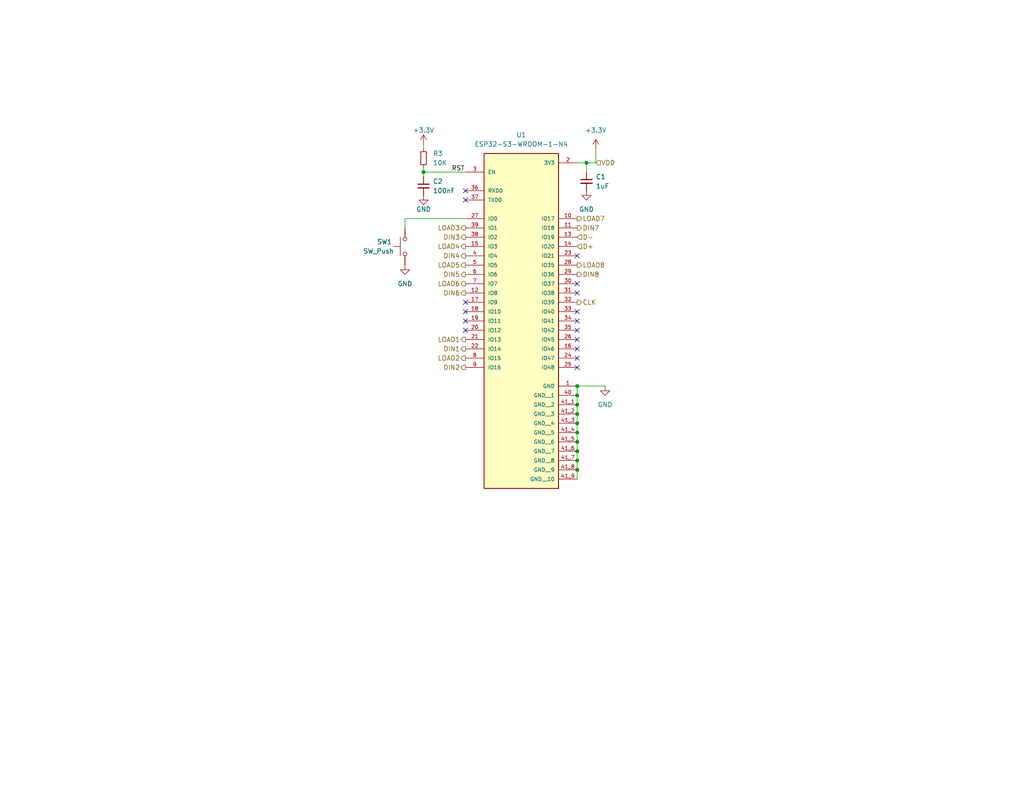
<source format=kicad_sch>
(kicad_sch (version 20211123) (generator eeschema)
  (paper "USLetter")
  (title_block (title "RGB LED Lights") (date "2024-01-11") (rev "B01") (comment 1 "Riya Gupta"))
  (lib_symbols
    (symbol "Device:C_Small" (pin_numbers hide) (pin_names (offset 0.254) hide)
      (property "Reference" "C" (at 0.254 1.778 0))
      (property "Value" "C_Small" (at 0.254 -2.032 0))
      (symbol "C_Small_0_1"
        (polyline (pts (xy -1.524 -0.508) (xy 1.524 -0.508)) (stroke (width 0.3302)))
        (polyline (pts (xy -1.524 0.508) (xy 1.524 0.508)) (stroke (width 0.3048)))
      )
      (symbol "C_Small_1_1"
        (pin passive line (at 0 2.54 270) (length 2.032) (name "~") (number "1"))
        (pin passive line (at 0 -2.54 90) (length 2.032) (name "~") (number "2"))
      )
    )
    (symbol "Device:R_Small" (pin_numbers hide) (pin_names (offset 0.254) hide)
      (property "Reference" "R" (at 0.762 0.508 0))
      (property "Value" "R_Small" (at 0.762 -1.016 0))
      (symbol "R_Small_0_1"
        (rectangle (start -0.762 1.778) (end 0.762 -1.778) (stroke (width 0.2032)))
      )
      (symbol "R_Small_1_1"
        (pin passive line (at 0 2.54 270) (length 0.762) (name "~") (number "1"))
        (pin passive line (at 0 -2.54 90) (length 0.762) (name "~") (number "2"))
      )
    )
    (symbol "ESP32-S3-WROOM-1-N4:ESP32-S3-WROOM-1-N4" (pin_names (offset 1.016))
      (property "Reference" "U" (at -10.16 34.1122 0))
      (property "Value" "ESP32-S3-WROOM-1-N4" (at -10.16 -60.96 0))
      (symbol "ESP32-S3-WROOM-1-N4_0_0"
        (rectangle (start -10.16 -58.42) (end 10.16 33.02) (stroke (width 0.254)) (fill (type background)))
        (pin power_in line (at 15.24 -30.48 180) (length 5.08) (name "GND") (number "1"))
        (pin bidirectional line (at 15.24 15.24 180) (length 5.08) (name "IO17") (number "10"))
        (pin bidirectional line (at 15.24 12.7 180) (length 5.08) (name "IO18") (number "11"))
        (pin bidirectional line (at -15.24 -5.08 0) (length 5.08) (name "IO8") (number "12"))
        (pin bidirectional line (at 15.24 10.16 180) (length 5.08) (name "IO19") (number "13"))
        (pin bidirectional line (at 15.24 7.62 180) (length 5.08) (name "IO20") (number "14"))
        (pin bidirectional line (at -15.24 7.62 0) (length 5.08) (name "IO3") (number "15"))
        (pin bidirectional line (at 15.24 -20.32 180) (length 5.08) (name "IO46") (number "16"))
        (pin bidirectional line (at -15.24 -7.62 0) (length 5.08) (name "IO9") (number "17"))
        (pin bidirectional line (at -15.24 -10.16 0) (length 5.08) (name "IO10") (number "18"))
        (pin bidirectional line (at -15.24 -12.7 0) (length 5.08) (name "IO11") (number "19"))
        (pin power_in line (at 15.24 30.48 180) (length 5.08) (name "3V3") (number "2"))
        (pin bidirectional line (at -15.24 -15.24 0) (length 5.08) (name "IO12") (number "20"))
        (pin bidirectional line (at -15.24 -17.78 0) (length 5.08) (name "IO13") (number "21"))
        (pin bidirectional line (at -15.24 -20.32 0) (length 5.08) (name "IO14") (number "22"))
        (pin bidirectional line (at 15.24 5.08 180) (length 5.08) (name "IO21") (number "23"))
        (pin bidirectional line (at 15.24 -22.86 180) (length 5.08) (name "IO47") (number "24"))
        (pin bidirectional line (at 15.24 -25.4 180) (length 5.08) (name "IO48") (number "25"))
        (pin bidirectional line (at 15.24 -17.78 180) (length 5.08) (name "IO45") (number "26"))
        (pin bidirectional line (at -15.24 15.24 0) (length 5.08) (name "IO0") (number "27"))
        (pin bidirectional line (at 15.24 2.54 180) (length 5.08) (name "IO35") (number "28"))
        (pin bidirectional line (at 15.24 0 180) (length 5.08) (name "IO36") (number "29"))
        (pin input line (at -15.24 27.94 0) (length 5.08) (name "EN") (number "3"))
        (pin bidirectional line (at 15.24 -2.54 180) (length 5.08) (name "IO37") (number "30"))
        (pin bidirectional line (at 15.24 -5.08 180) (length 5.08) (name "IO38") (number "31"))
        (pin bidirectional line (at 15.24 -7.62 180) (length 5.08) (name "IO39") (number "32"))
        (pin bidirectional line (at 15.24 -10.16 180) (length 5.08) (name "IO40") (number "33"))
        (pin bidirectional line (at 15.24 -12.7 180) (length 5.08) (name "IO41") (number "34"))
        (pin bidirectional line (at 15.24 -15.24 180) (length 5.08) (name "IO42") (number "35"))
        (pin bidirectional line (at -15.24 22.86 0) (length 5.08) (name "RXD0") (number "36"))
        (pin bidirectional line (at -15.24 20.32 0) (length 5.08) (name "TXD0") (number "37"))
        (pin bidirectional line (at -15.24 10.16 0) (length 5.08) (name "IO2") (number "38"))
        (pin bidirectional line (at -15.24 12.7 0) (length 5.08) (name "IO1") (number "39"))
        (pin bidirectional line (at -15.24 5.08 0) (length 5.08) (name "IO4") (number "4"))
        (pin power_in line (at 15.24 -33.02 180) (length 5.08) (name "GND__1") (number "40"))
        (pin power_in line (at 15.24 -35.56 180) (length 5.08) (name "GND__2") (number "41_1"))
        (pin power_in line (at 15.24 -38.1 180) (length 5.08) (name "GND__3") (number "41_2"))
        (pin power_in line (at 15.24 -40.64 180) (length 5.08) (name "GND__4") (number "41_3"))
        (pin power_in line (at 15.24 -43.18 180) (length 5.08) (name "GND__5") (number "41_4"))
        (pin power_in line (at 15.24 -45.72 180) (length 5.08) (name "GND__6") (number "41_5"))
        (pin power_in line (at 15.24 -48.26 180) (length 5.08) (name "GND__7") (number "41_6"))
        (pin power_in line (at 15.24 -50.8 180) (length 5.08) (name "GND__8") (number "41_7"))
        (pin power_in line (at 15.24 -53.34 180) (length 5.08) (name "GND__9") (number "41_8"))
        (pin power_in line (at 15.24 -55.88 180) (length 5.08) (name "GND__10") (number "41_9"))
        (pin bidirectional line (at -15.24 2.54 0) (length 5.08) (name "IO5") (number "5"))
        (pin bidirectional line (at -15.24 0 0) (length 5.08) (name "IO6") (number "6"))
        (pin bidirectional line (at -15.24 -2.54 0) (length 5.08) (name "IO7") (number "7"))
        (pin bidirectional line (at -15.24 -22.86 0) (length 5.08) (name "IO15") (number "8"))
        (pin bidirectional line (at -15.24 -25.4 0) (length 5.08) (name "IO16") (number "9"))
      )
    )
    (symbol "Switch:SW_Push" (pin_numbers hide) (pin_names (offset 1.016) hide)
      (property "Reference" "SW" (at 1.27 2.54 0))
      (property "Value" "SW_Push" (at 0 -1.524 0))
      (symbol "SW_Push_0_1"
        (circle (center -2.032 0) (radius 0.508))
        (polyline (pts (xy 0 1.27) (xy 0 3.048)))
        (polyline (pts (xy 2.54 1.27) (xy -2.54 1.27)))
        (circle (center 2.032 0) (radius 0.508))
        (pin passive line (at -5.08 0 0) (length 2.54) (name "1") (number "1"))
        (pin passive line (at 5.08 0 180) (length 2.54) (name "2") (number "2"))
      )
    )
    (symbol "power:+3.3V" (power) (pin_names (offset 0))
      (property "Value" "+3.3V" (at 0 3.556 0))
      (symbol "+3.3V_0_1"
        (polyline (pts (xy -0.762 1.27) (xy 0 2.54)))
        (polyline (pts (xy 0 0) (xy 0 2.54)))
        (polyline (pts (xy 0 2.54) (xy 0.762 1.27)))
      )
      (symbol "+3.3V_1_1"
        (pin power_in line (at 0 0 90) (length 0) hide (name "+3.3V") (number "1"))
      )
    )
    (symbol "power:GND" (power) (pin_names (offset 0))
      (property "Value" "GND" (at 0 -3.81 0))
      (symbol "GND_0_1"
        (polyline (pts (xy 0 0) (xy 0 -1.27) (xy 1.27 -1.27) (xy 0 -2.54) (xy -1.27 -1.27) (xy 0 -1.27)))
      )
      (symbol "GND_1_1"
        (pin power_in line (at 0 0 270) (length 0) hide (name "GND") (number "1"))
      )
    )
  )
  (junction (at 160.02 44.45))
  (junction (at 157.48 120.65))
  (junction (at 157.48 107.95))
  (junction (at 157.48 110.49))
  (junction (at 157.48 123.19))
  (junction (at 157.48 105.41))
  (junction (at 157.48 115.57))
  (junction (at 157.48 118.11))
  (junction (at 115.57 46.99))
  (junction (at 157.48 113.03))
  (junction (at 157.48 125.73))
  (junction (at 157.48 128.27))
  (no_connect (at 127 52.07))
  (no_connect (at 157.48 100.33))
  (no_connect (at 157.48 87.63))
  (no_connect (at 157.48 85.09))
  (no_connect (at 157.48 90.17))
  (no_connect (at 127 54.61))
  (no_connect (at 157.48 80.01))
  (no_connect (at 157.48 77.47))
  (no_connect (at 157.48 95.25))
  (no_connect (at 157.48 97.79))
  (no_connect (at 127 87.63))
  (no_connect (at 157.48 69.85))
  (no_connect (at 157.48 92.71))
  (no_connect (at 127 85.09))
  (no_connect (at 127 82.55))
  (no_connect (at 127 90.17))
  (wire (pts (xy 115.57 45.72) (xy 115.57 46.99)))
  (wire (pts (xy 157.48 128.27) (xy 157.48 130.81)))
  (wire (pts (xy 157.48 105.41) (xy 157.48 107.95)))
  (wire (pts (xy 160.02 44.45) (xy 157.48 44.45)))
  (wire (pts (xy 157.48 120.65) (xy 157.48 123.19)))
  (wire (pts (xy 115.57 48.26) (xy 115.57 46.99)))
  (wire (pts (xy 127 59.69) (xy 110.49 59.69)))
  (wire (pts (xy 157.48 115.57) (xy 157.48 118.11)))
  (wire (pts (xy 127 46.99) (xy 115.57 46.99)))
  (wire (pts (xy 157.48 125.73) (xy 157.48 128.27)))
  (wire (pts (xy 162.56 44.45) (xy 160.02 44.45)))
  (wire (pts (xy 160.02 44.45) (xy 160.02 46.99)))
  (wire (pts (xy 157.48 107.95) (xy 157.48 110.49)))
  (wire (pts (xy 115.57 40.64) (xy 115.57 39.37)))
  (wire (pts (xy 157.48 123.19) (xy 157.48 125.73)))
  (wire (pts (xy 157.48 118.11) (xy 157.48 120.65)))
  (wire (pts (xy 162.56 40.64) (xy 162.56 44.45)))
  (wire (pts (xy 157.48 110.49) (xy 157.48 113.03)))
  (wire (pts (xy 157.48 113.03) (xy 157.48 115.57)))
  (wire (pts (xy 165.1 105.41) (xy 157.48 105.41)))
  (wire (pts (xy 110.49 59.69) (xy 110.49 62.23)))
  (label "RST" (at 123.19 46.99 0))
  (hierarchical_label "LOAD7" (shape output) (at 157.48 59.69 0))
  (hierarchical_label "CLK" (shape output) (at 157.48 82.55 0))
  (hierarchical_label "DIN1" (shape output) (at 127 95.25 180))
  (hierarchical_label "LOAD2" (shape output) (at 127 97.79 180))
  (hierarchical_label "DIN8" (shape output) (at 157.48 74.93 0))
  (hierarchical_label "DIN6" (shape output) (at 127 80.01 180))
  (hierarchical_label "LOAD4" (shape output) (at 127 67.31 180))
  (hierarchical_label "D-" (shape input) (at 157.48 64.77 0))
  (hierarchical_label "LOAD8" (shape output) (at 157.48 72.39 0))
  (hierarchical_label "DIN2" (shape output) (at 127 100.33 180))
  (hierarchical_label "LOAD3" (shape output) (at 127 62.23 180))
  (hierarchical_label "DIN3" (shape output) (at 127 64.77 180))
  (hierarchical_label "LOAD6" (shape output) (at 127 77.47 180))
  (hierarchical_label "DIN5" (shape output) (at 127 74.93 180))
  (hierarchical_label "DIN7" (shape output) (at 157.48 62.23 0))
  (hierarchical_label "LOAD1" (shape output) (at 127 92.71 180))
  (hierarchical_label "DIN4" (shape output) (at 127 69.85 180))
  (hierarchical_label "VDD" (shape input) (at 162.56 44.45 0))
  (hierarchical_label "LOAD5" (shape output) (at 127 72.39 180))
  (hierarchical_label "D+" (shape input) (at 157.48 67.31 0))
  (symbol (lib_id "Switch:SW_Push") (at 110.49 67.31 90) (unit 1)
    (property "Reference" "SW1" (at 102.87 66.04 90) (effects (justify right)))
    (property "Value" "SW_Push" (at 99.06 68.58 90) (effects (justify right)))
    (property "Footprint" "Button_Switch_SMD:SW_SPST_FSMSM" (effects hide))
  )
  (symbol (lib_id "power:GND") (at 115.57 53.34 0) (unit 1)
    (property "Reference" "#PWR0124" (effects hide))
    (property "Value" "GND" (at 115.57 57.15 0))
  )
  (symbol (lib_id "power:GND") (at 165.1 105.41 0) (unit 1)
    (property "Reference" "#PWR0123" (effects hide))
    (property "Value" "GND" (at 165.1 110.49 0))
  )
  (symbol (lib_id "power:GND") (at 110.49 72.39 0) (unit 1)
    (property "Reference" "#PWR0126" (effects hide))
    (property "Value" "GND" (at 110.49 77.47 0))
  )
  (symbol (lib_id "Device:R_Small") (at 115.57 43.18 0) (unit 1)
    (property "Reference" "R3" (at 118.11 41.9099 0) (effects (justify left)))
    (property "Value" "10K" (at 118.11 44.4499 0) (effects (justify left)))
    (property "Footprint" "Resistor_SMD:R_0603_1608Metric" (effects hide))
    (property "LCSC" "C25744" (effects hide))
  )
  (symbol (lib_id "Device:C_Small") (at 115.57 50.8 0) (unit 1)
    (property "Reference" "C2" (at 118.11 49.5362 0) (effects (justify left)))
    (property "Value" "100nF" (at 118.11 52.0762 0) (effects (justify left)))
    (property "Footprint" "Capacitor_SMD:C_0603_1608Metric" (effects hide))
    (property "LCSC" "C1525" (effects hide))
  )
  (symbol (lib_id "power:+3.3V") (at 115.57 39.37 0) (unit 1)
    (property "Reference" "#PWR0125" (effects hide))
    (property "Value" "+3.3V" (at 115.57 35.56 0))
  )
  (symbol (lib_id "Device:C_Small") (at 160.02 49.53 0) (unit 1)
    (property "Reference" "C1" (at 162.56 48.2662 0) (effects (justify left)))
    (property "Value" "1uF" (at 162.56 50.8062 0) (effects (justify left)))
    (property "Footprint" "Capacitor_SMD:C_0603_1608Metric" (effects hide))
  )
  (symbol (lib_id "power:GND") (at 160.02 52.07 0) (unit 1)
    (property "Reference" "#PWR0127" (effects hide))
    (property "Value" "GND" (at 160.02 57.15 0))
  )
  (symbol (lib_id "power:+3.3V") (at 162.56 40.64 0) (unit 1)
    (property "Reference" "#PWR0122" (effects hide))
    (property "Value" "+3.3V" (at 162.56 35.56 0))
  )
  (symbol (lib_id "ESP32-S3-WROOM-1-N4:ESP32-S3-WROOM-1-N4") (at 142.24 74.93 0) (unit 1)
    (property "Reference" "U1" (at 142.24 36.83 0))
    (property "Value" "ESP32-S3-WROOM-1-N4" (at 142.24 39.37 0))
    (property "Footprint" "ESP32-S3-WROOM-1-N4:XCVR_ESP32-S3-WROOM-1-N4" (effects hide))
    (property "PARTREV" "v1.0" (effects hide))
    (property "MANUFACTURER" "Espressif" (effects hide))
    (property "MAXIMUM_PACKAGE_HEIGHT" "3.25mm" (effects hide))
    (property "STANDARD" "Manufacturer Recommendations" (effects hide))
  )
)
</source>
